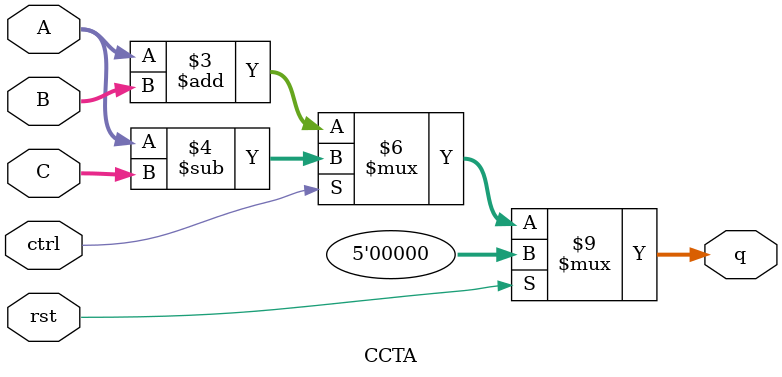
<source format=v>
`timescale 1ns / 1ps


module CCTA(
    input [3:0] A,
    input [3:0] B,
    input [3:0] C,
    input rst,
    input ctrl,
    output reg [4:0] q
);

    always @(A, B, C, ctrl, rst) 
    begin
        if (rst) begin
            q <= 5'b0;
        end 
        
        else if (ctrl == 0) begin
            q <= A + B;
        end
        
        else begin
            q <= A - C;
        end
    end

endmodule

</source>
